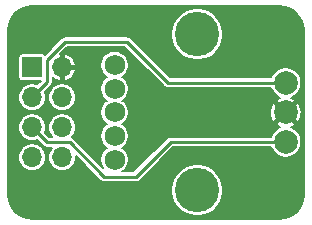
<source format=gbr>
G04 #@! TF.GenerationSoftware,KiCad,Pcbnew,(5.1.4)-1*
G04 #@! TF.CreationDate,2020-03-27T15:32:05-04:00*
G04 #@! TF.ProjectId,Encoder Daughterboard,456e636f-6465-4722-9044-617567687465,rev?*
G04 #@! TF.SameCoordinates,PX9d739e0PY5e78920*
G04 #@! TF.FileFunction,Copper,L2,Bot*
G04 #@! TF.FilePolarity,Positive*
%FSLAX46Y46*%
G04 Gerber Fmt 4.6, Leading zero omitted, Abs format (unit mm)*
G04 Created by KiCad (PCBNEW (5.1.4)-1) date 2020-03-27 15:32:05*
%MOMM*%
%LPD*%
G04 APERTURE LIST*
%ADD10C,3.750000*%
%ADD11C,1.750000*%
%ADD12C,2.000000*%
%ADD13O,1.700000X1.700000*%
%ADD14R,1.700000X1.700000*%
%ADD15C,0.254000*%
%ADD16C,0.152400*%
G04 APERTURE END LIST*
D10*
X0Y6600000D03*
X0Y-6600000D03*
D11*
X-7000000Y4000000D03*
X-7000000Y2000000D03*
X-7000000Y0D03*
X-7000000Y-2000000D03*
X-7000000Y-4000000D03*
D12*
X7500000Y2500000D03*
X7500000Y0D03*
X7500000Y-2500000D03*
D13*
X-11430000Y-3810000D03*
X-13970000Y-3810000D03*
X-11430000Y-1270000D03*
X-13970000Y-1270000D03*
X-11430000Y1270000D03*
X-13970000Y1270000D03*
X-11430000Y3810000D03*
D14*
X-13970000Y3810000D03*
D15*
X-12700000Y2540000D02*
X-13970000Y1270000D01*
X-12700000Y4445000D02*
X-12700000Y2540000D01*
X-11176000Y5969000D02*
X-12700000Y4445000D01*
X-5969000Y5969000D02*
X-11176000Y5969000D01*
X7500000Y2500000D02*
X-2500000Y2500000D01*
X-2500000Y2500000D02*
X-5969000Y5969000D01*
X-12700000Y-2540000D02*
X-10795000Y-2540000D01*
X-13970000Y-1270000D02*
X-12700000Y-2540000D01*
X-10795000Y-2540000D02*
X-7874000Y-5461000D01*
X6085787Y-2500000D02*
X7500000Y-2500000D01*
X-7874000Y-5461000D02*
X-5207000Y-5461000D01*
X-5207000Y-5461000D02*
X-2246000Y-2500000D01*
X-2246000Y-2500000D02*
X6085787Y-2500000D01*
D16*
G36*
X7376734Y8963393D02*
G01*
X7753541Y8849629D01*
X8101081Y8664838D01*
X8406108Y8416066D01*
X8657005Y8112782D01*
X8844217Y7766540D01*
X8960609Y7390538D01*
X9004301Y6974840D01*
X9004300Y-6959532D01*
X8963393Y-7376734D01*
X8849627Y-7753544D01*
X8664837Y-8101084D01*
X8416064Y-8406109D01*
X8112782Y-8657005D01*
X7766543Y-8844215D01*
X7390539Y-8960609D01*
X6974849Y-9004300D01*
X-13944532Y-9004300D01*
X-14361734Y-8963393D01*
X-14738544Y-8849627D01*
X-15086084Y-8664837D01*
X-15391109Y-8416064D01*
X-15642005Y-8112782D01*
X-15829215Y-7766543D01*
X-15945609Y-7390539D01*
X-15989300Y-6974849D01*
X-15989300Y-6382807D01*
X-2205200Y-6382807D01*
X-2205200Y-6817193D01*
X-2120455Y-7243233D01*
X-1954223Y-7644554D01*
X-1712891Y-8005733D01*
X-1405733Y-8312891D01*
X-1044554Y-8554223D01*
X-643233Y-8720455D01*
X-217193Y-8805200D01*
X217193Y-8805200D01*
X643233Y-8720455D01*
X1044554Y-8554223D01*
X1405733Y-8312891D01*
X1712891Y-8005733D01*
X1954223Y-7644554D01*
X2120455Y-7243233D01*
X2205200Y-6817193D01*
X2205200Y-6382807D01*
X2120455Y-5956767D01*
X1954223Y-5555446D01*
X1712891Y-5194267D01*
X1405733Y-4887109D01*
X1044554Y-4645777D01*
X643233Y-4479545D01*
X217193Y-4394800D01*
X-217193Y-4394800D01*
X-643233Y-4479545D01*
X-1044554Y-4645777D01*
X-1405733Y-4887109D01*
X-1712891Y-5194267D01*
X-1954223Y-5555446D01*
X-2120455Y-5956767D01*
X-2205200Y-6382807D01*
X-15989300Y-6382807D01*
X-15989300Y-3810000D01*
X-15155910Y-3810000D01*
X-15133123Y-4041360D01*
X-15065638Y-4263828D01*
X-14956048Y-4468856D01*
X-14808565Y-4648565D01*
X-14628856Y-4796048D01*
X-14423828Y-4905638D01*
X-14201360Y-4973123D01*
X-14027975Y-4990200D01*
X-13912025Y-4990200D01*
X-13738640Y-4973123D01*
X-13516172Y-4905638D01*
X-13311144Y-4796048D01*
X-13131435Y-4648565D01*
X-12983952Y-4468856D01*
X-12874362Y-4263828D01*
X-12806877Y-4041360D01*
X-12784090Y-3810000D01*
X-12806877Y-3578640D01*
X-12874362Y-3356172D01*
X-12983952Y-3151144D01*
X-13131435Y-2971435D01*
X-13311144Y-2823952D01*
X-13516172Y-2714362D01*
X-13738640Y-2646877D01*
X-13912025Y-2629800D01*
X-14027975Y-2629800D01*
X-14201360Y-2646877D01*
X-14423828Y-2714362D01*
X-14628856Y-2823952D01*
X-14808565Y-2971435D01*
X-14956048Y-3151144D01*
X-15065638Y-3356172D01*
X-15133123Y-3578640D01*
X-15155910Y-3810000D01*
X-15989300Y-3810000D01*
X-15989300Y-1270000D01*
X-15155910Y-1270000D01*
X-15133123Y-1501360D01*
X-15065638Y-1723828D01*
X-14956048Y-1928856D01*
X-14808565Y-2108565D01*
X-14628856Y-2256048D01*
X-14423828Y-2365638D01*
X-14201360Y-2433123D01*
X-14027975Y-2450200D01*
X-13912025Y-2450200D01*
X-13738640Y-2433123D01*
X-13519830Y-2366748D01*
X-13039171Y-2847407D01*
X-13024853Y-2864853D01*
X-13007408Y-2879170D01*
X-12955237Y-2921987D01*
X-12912783Y-2944678D01*
X-12875809Y-2964441D01*
X-12789627Y-2990585D01*
X-12722460Y-2997200D01*
X-12722451Y-2997200D01*
X-12700001Y-2999411D01*
X-12677551Y-2997200D01*
X-12289710Y-2997200D01*
X-12416048Y-3151144D01*
X-12525638Y-3356172D01*
X-12593123Y-3578640D01*
X-12615910Y-3810000D01*
X-12593123Y-4041360D01*
X-12525638Y-4263828D01*
X-12416048Y-4468856D01*
X-12268565Y-4648565D01*
X-12088856Y-4796048D01*
X-11883828Y-4905638D01*
X-11661360Y-4973123D01*
X-11487975Y-4990200D01*
X-11372025Y-4990200D01*
X-11198640Y-4973123D01*
X-10976172Y-4905638D01*
X-10771144Y-4796048D01*
X-10591435Y-4648565D01*
X-10443952Y-4468856D01*
X-10334362Y-4263828D01*
X-10266877Y-4041360D01*
X-10244090Y-3810000D01*
X-10252012Y-3729565D01*
X-8213170Y-5768408D01*
X-8198853Y-5785853D01*
X-8129236Y-5842987D01*
X-8049809Y-5885441D01*
X-7963627Y-5911585D01*
X-7896460Y-5918200D01*
X-7896450Y-5918200D01*
X-7874000Y-5920411D01*
X-7851550Y-5918200D01*
X-5229450Y-5918200D01*
X-5207000Y-5920411D01*
X-5184550Y-5918200D01*
X-5184540Y-5918200D01*
X-5117373Y-5911585D01*
X-5031191Y-5885441D01*
X-4951764Y-5842987D01*
X-4882147Y-5785853D01*
X-4867826Y-5768403D01*
X-2056622Y-2957200D01*
X6249580Y-2957200D01*
X6321192Y-3130086D01*
X6466766Y-3347953D01*
X6652047Y-3533234D01*
X6869914Y-3678808D01*
X7111995Y-3779081D01*
X7368987Y-3830200D01*
X7631013Y-3830200D01*
X7888005Y-3779081D01*
X8130086Y-3678808D01*
X8347953Y-3533234D01*
X8533234Y-3347953D01*
X8678808Y-3130086D01*
X8779081Y-2888005D01*
X8830200Y-2631013D01*
X8830200Y-2368987D01*
X8779081Y-2111995D01*
X8678808Y-1869914D01*
X8533234Y-1652047D01*
X8347953Y-1466766D01*
X8130086Y-1321192D01*
X7956744Y-1249392D01*
X8068172Y-1209866D01*
X8190307Y-1144585D01*
X8302259Y-963904D01*
X7500000Y-161645D01*
X6697741Y-963904D01*
X6809693Y-1144585D01*
X7036021Y-1252388D01*
X6869914Y-1321192D01*
X6652047Y-1466766D01*
X6466766Y-1652047D01*
X6321192Y-1869914D01*
X6249580Y-2042800D01*
X-2223551Y-2042800D01*
X-2246001Y-2040589D01*
X-2268451Y-2042800D01*
X-2268460Y-2042800D01*
X-2335627Y-2049415D01*
X-2421809Y-2075559D01*
X-2435356Y-2082800D01*
X-2501237Y-2118013D01*
X-2553408Y-2160830D01*
X-2570853Y-2175147D01*
X-2585170Y-2192592D01*
X-5396377Y-5003800D01*
X-6332991Y-5003800D01*
X-6231730Y-4936140D01*
X-6063860Y-4768270D01*
X-5931966Y-4570876D01*
X-5841116Y-4351544D01*
X-5794800Y-4118702D01*
X-5794800Y-3881298D01*
X-5841116Y-3648456D01*
X-5931966Y-3429124D01*
X-6063860Y-3231730D01*
X-6231730Y-3063860D01*
X-6327304Y-3000000D01*
X-6231730Y-2936140D01*
X-6063860Y-2768270D01*
X-5931966Y-2570876D01*
X-5841116Y-2351544D01*
X-5794800Y-2118702D01*
X-5794800Y-1881298D01*
X-5841116Y-1648456D01*
X-5931966Y-1429124D01*
X-6063860Y-1231730D01*
X-6231730Y-1063860D01*
X-6327304Y-1000000D01*
X-6231730Y-936140D01*
X-6063860Y-768270D01*
X-5931966Y-570876D01*
X-5841116Y-351544D01*
X-5794800Y-118702D01*
X-5794800Y-61928D01*
X6164799Y-61928D01*
X6202536Y-321222D01*
X6290134Y-568172D01*
X6355415Y-690307D01*
X6536096Y-802259D01*
X7338355Y0D01*
X7661645Y0D01*
X8463904Y-802259D01*
X8644585Y-690307D01*
X8757263Y-453745D01*
X8821627Y-199747D01*
X8835201Y61928D01*
X8797464Y321222D01*
X8709866Y568172D01*
X8644585Y690307D01*
X8463904Y802259D01*
X7661645Y0D01*
X7338355Y0D01*
X6536096Y802259D01*
X6355415Y690307D01*
X6242737Y453745D01*
X6178373Y199747D01*
X6164799Y-61928D01*
X-5794800Y-61928D01*
X-5794800Y118702D01*
X-5841116Y351544D01*
X-5931966Y570876D01*
X-6063860Y768270D01*
X-6231730Y936140D01*
X-6327304Y1000000D01*
X-6231730Y1063860D01*
X-6063860Y1231730D01*
X-5931966Y1429124D01*
X-5841116Y1648456D01*
X-5794800Y1881298D01*
X-5794800Y2118702D01*
X-5841116Y2351544D01*
X-5931966Y2570876D01*
X-6063860Y2768270D01*
X-6231730Y2936140D01*
X-6327304Y3000000D01*
X-6231730Y3063860D01*
X-6063860Y3231730D01*
X-5931966Y3429124D01*
X-5841116Y3648456D01*
X-5794800Y3881298D01*
X-5794800Y4118702D01*
X-5841116Y4351544D01*
X-5931966Y4570876D01*
X-6063860Y4768270D01*
X-6231730Y4936140D01*
X-6429124Y5068034D01*
X-6648456Y5158884D01*
X-6881298Y5205200D01*
X-7118702Y5205200D01*
X-7351544Y5158884D01*
X-7570876Y5068034D01*
X-7768270Y4936140D01*
X-7936140Y4768270D01*
X-8068034Y4570876D01*
X-8158884Y4351544D01*
X-8205200Y4118702D01*
X-8205200Y3881298D01*
X-8158884Y3648456D01*
X-8068034Y3429124D01*
X-7936140Y3231730D01*
X-7768270Y3063860D01*
X-7672696Y3000000D01*
X-7768270Y2936140D01*
X-7936140Y2768270D01*
X-8068034Y2570876D01*
X-8158884Y2351544D01*
X-8205200Y2118702D01*
X-8205200Y1881298D01*
X-8158884Y1648456D01*
X-8068034Y1429124D01*
X-7936140Y1231730D01*
X-7768270Y1063860D01*
X-7672696Y1000000D01*
X-7768270Y936140D01*
X-7936140Y768270D01*
X-8068034Y570876D01*
X-8158884Y351544D01*
X-8205200Y118702D01*
X-8205200Y-118702D01*
X-8158884Y-351544D01*
X-8068034Y-570876D01*
X-7936140Y-768270D01*
X-7768270Y-936140D01*
X-7672696Y-1000000D01*
X-7768270Y-1063860D01*
X-7936140Y-1231730D01*
X-8068034Y-1429124D01*
X-8158884Y-1648456D01*
X-8205200Y-1881298D01*
X-8205200Y-2118702D01*
X-8158884Y-2351544D01*
X-8068034Y-2570876D01*
X-7936140Y-2768270D01*
X-7768270Y-2936140D01*
X-7672696Y-3000000D01*
X-7768270Y-3063860D01*
X-7936140Y-3231730D01*
X-8068034Y-3429124D01*
X-8158884Y-3648456D01*
X-8205200Y-3881298D01*
X-8205200Y-4118702D01*
X-8158884Y-4351544D01*
X-8068034Y-4570876D01*
X-7968334Y-4720088D01*
X-10455826Y-2232597D01*
X-10470147Y-2215147D01*
X-10539764Y-2158013D01*
X-10607543Y-2121785D01*
X-10591435Y-2108565D01*
X-10443952Y-1928856D01*
X-10334362Y-1723828D01*
X-10266877Y-1501360D01*
X-10244090Y-1270000D01*
X-10266877Y-1038640D01*
X-10334362Y-816172D01*
X-10443952Y-611144D01*
X-10591435Y-431435D01*
X-10771144Y-283952D01*
X-10976172Y-174362D01*
X-11198640Y-106877D01*
X-11372025Y-89800D01*
X-11487975Y-89800D01*
X-11661360Y-106877D01*
X-11883828Y-174362D01*
X-12088856Y-283952D01*
X-12268565Y-431435D01*
X-12416048Y-611144D01*
X-12525638Y-816172D01*
X-12593123Y-1038640D01*
X-12615910Y-1270000D01*
X-12593123Y-1501360D01*
X-12525638Y-1723828D01*
X-12416048Y-1928856D01*
X-12289710Y-2082800D01*
X-12510622Y-2082800D01*
X-12873252Y-1720170D01*
X-12806877Y-1501360D01*
X-12784090Y-1270000D01*
X-12806877Y-1038640D01*
X-12874362Y-816172D01*
X-12983952Y-611144D01*
X-13131435Y-431435D01*
X-13311144Y-283952D01*
X-13516172Y-174362D01*
X-13738640Y-106877D01*
X-13912025Y-89800D01*
X-14027975Y-89800D01*
X-14201360Y-106877D01*
X-14423828Y-174362D01*
X-14628856Y-283952D01*
X-14808565Y-431435D01*
X-14956048Y-611144D01*
X-15065638Y-816172D01*
X-15133123Y-1038640D01*
X-15155910Y-1270000D01*
X-15989300Y-1270000D01*
X-15989300Y1270000D01*
X-15155910Y1270000D01*
X-15133123Y1038640D01*
X-15065638Y816172D01*
X-14956048Y611144D01*
X-14808565Y431435D01*
X-14628856Y283952D01*
X-14423828Y174362D01*
X-14201360Y106877D01*
X-14027975Y89800D01*
X-13912025Y89800D01*
X-13738640Y106877D01*
X-13516172Y174362D01*
X-13311144Y283952D01*
X-13131435Y431435D01*
X-12983952Y611144D01*
X-12874362Y816172D01*
X-12806877Y1038640D01*
X-12784090Y1270000D01*
X-12615910Y1270000D01*
X-12593123Y1038640D01*
X-12525638Y816172D01*
X-12416048Y611144D01*
X-12268565Y431435D01*
X-12088856Y283952D01*
X-11883828Y174362D01*
X-11661360Y106877D01*
X-11487975Y89800D01*
X-11372025Y89800D01*
X-11198640Y106877D01*
X-10976172Y174362D01*
X-10771144Y283952D01*
X-10591435Y431435D01*
X-10443952Y611144D01*
X-10334362Y816172D01*
X-10266877Y1038640D01*
X-10244090Y1270000D01*
X-10266877Y1501360D01*
X-10334362Y1723828D01*
X-10443952Y1928856D01*
X-10591435Y2108565D01*
X-10771144Y2256048D01*
X-10976172Y2365638D01*
X-11198640Y2433123D01*
X-11372025Y2450200D01*
X-11487975Y2450200D01*
X-11661360Y2433123D01*
X-11883828Y2365638D01*
X-12088856Y2256048D01*
X-12268565Y2108565D01*
X-12416048Y1928856D01*
X-12525638Y1723828D01*
X-12593123Y1501360D01*
X-12615910Y1270000D01*
X-12784090Y1270000D01*
X-12806877Y1501360D01*
X-12873252Y1720170D01*
X-12392592Y2200830D01*
X-12375147Y2215147D01*
X-12360830Y2232592D01*
X-12318013Y2284763D01*
X-12275560Y2364190D01*
X-12275559Y2364191D01*
X-12249415Y2450373D01*
X-12242800Y2517540D01*
X-12242800Y2517549D01*
X-12240589Y2539999D01*
X-12242800Y2562449D01*
X-12242800Y2961845D01*
X-12141214Y2868161D01*
X-11943805Y2747507D01*
X-11726650Y2667684D01*
X-11544300Y2717892D01*
X-11544300Y3695700D01*
X-11315700Y3695700D01*
X-11315700Y2717892D01*
X-11133350Y2667684D01*
X-10916195Y2747507D01*
X-10718786Y2868161D01*
X-10548708Y3025009D01*
X-10412498Y3212024D01*
X-10315390Y3422019D01*
X-10287690Y3513351D01*
X-10338317Y3695700D01*
X-11315700Y3695700D01*
X-11544300Y3695700D01*
X-11564300Y3695700D01*
X-11564300Y3924300D01*
X-11544300Y3924300D01*
X-11544300Y4902108D01*
X-11315700Y4902108D01*
X-11315700Y3924300D01*
X-10338317Y3924300D01*
X-10287690Y4106649D01*
X-10315390Y4197981D01*
X-10412498Y4407976D01*
X-10548708Y4594991D01*
X-10718786Y4751839D01*
X-10916195Y4872493D01*
X-11133350Y4952316D01*
X-11315700Y4902108D01*
X-11544300Y4902108D01*
X-11585085Y4913338D01*
X-10986622Y5511800D01*
X-6158377Y5511800D01*
X-2839170Y2192592D01*
X-2824853Y2175147D01*
X-2807408Y2160830D01*
X-2756076Y2118702D01*
X-2755236Y2118013D01*
X-2675809Y2075559D01*
X-2589627Y2049415D01*
X-2522460Y2042800D01*
X-2522450Y2042800D01*
X-2500000Y2040589D01*
X-2477550Y2042800D01*
X6249580Y2042800D01*
X6321192Y1869914D01*
X6466766Y1652047D01*
X6652047Y1466766D01*
X6869914Y1321192D01*
X7043256Y1249392D01*
X6931828Y1209866D01*
X6809693Y1144585D01*
X6697741Y963904D01*
X7500000Y161645D01*
X8302259Y963904D01*
X8190307Y1144585D01*
X7963979Y1252388D01*
X8130086Y1321192D01*
X8347953Y1466766D01*
X8533234Y1652047D01*
X8678808Y1869914D01*
X8779081Y2111995D01*
X8830200Y2368987D01*
X8830200Y2631013D01*
X8779081Y2888005D01*
X8678808Y3130086D01*
X8533234Y3347953D01*
X8347953Y3533234D01*
X8130086Y3678808D01*
X7888005Y3779081D01*
X7631013Y3830200D01*
X7368987Y3830200D01*
X7111995Y3779081D01*
X6869914Y3678808D01*
X6652047Y3533234D01*
X6466766Y3347953D01*
X6321192Y3130086D01*
X6249580Y2957200D01*
X-2310622Y2957200D01*
X-5629826Y6276403D01*
X-5644147Y6293853D01*
X-5713764Y6350987D01*
X-5793191Y6393441D01*
X-5879373Y6419585D01*
X-5946540Y6426200D01*
X-5946550Y6426200D01*
X-5969000Y6428411D01*
X-5991450Y6426200D01*
X-11153551Y6426200D01*
X-11176001Y6428411D01*
X-11198451Y6426200D01*
X-11198460Y6426200D01*
X-11265627Y6419585D01*
X-11351809Y6393441D01*
X-11371704Y6382807D01*
X-11431237Y6350987D01*
X-11483408Y6308170D01*
X-11500853Y6293853D01*
X-11515170Y6276408D01*
X-12891743Y4899834D01*
X-12935663Y4935879D01*
X-12993027Y4966540D01*
X-13055270Y4985422D01*
X-13120000Y4991797D01*
X-14820000Y4991797D01*
X-14884730Y4985422D01*
X-14946973Y4966540D01*
X-15004337Y4935879D01*
X-15054616Y4894616D01*
X-15095879Y4844337D01*
X-15126540Y4786973D01*
X-15145422Y4724730D01*
X-15151797Y4660000D01*
X-15151797Y2960000D01*
X-15145422Y2895270D01*
X-15126540Y2833027D01*
X-15095879Y2775663D01*
X-15054616Y2725384D01*
X-15004337Y2684121D01*
X-14946973Y2653460D01*
X-14884730Y2634578D01*
X-14820000Y2628203D01*
X-13258375Y2628203D01*
X-13519830Y2366748D01*
X-13738640Y2433123D01*
X-13912025Y2450200D01*
X-14027975Y2450200D01*
X-14201360Y2433123D01*
X-14423828Y2365638D01*
X-14628856Y2256048D01*
X-14808565Y2108565D01*
X-14956048Y1928856D01*
X-15065638Y1723828D01*
X-15133123Y1501360D01*
X-15155910Y1270000D01*
X-15989300Y1270000D01*
X-15989300Y6817193D01*
X-2205200Y6817193D01*
X-2205200Y6382807D01*
X-2120455Y5956767D01*
X-1954223Y5555446D01*
X-1712891Y5194267D01*
X-1405733Y4887109D01*
X-1044554Y4645777D01*
X-643233Y4479545D01*
X-217193Y4394800D01*
X217193Y4394800D01*
X643233Y4479545D01*
X1044554Y4645777D01*
X1405733Y4887109D01*
X1712891Y5194267D01*
X1954223Y5555446D01*
X2120455Y5956767D01*
X2205200Y6382807D01*
X2205200Y6817193D01*
X2120455Y7243233D01*
X1954223Y7644554D01*
X1712891Y8005733D01*
X1405733Y8312891D01*
X1044554Y8554223D01*
X643233Y8720455D01*
X217193Y8805200D01*
X-217193Y8805200D01*
X-643233Y8720455D01*
X-1044554Y8554223D01*
X-1405733Y8312891D01*
X-1712891Y8005733D01*
X-1954223Y7644554D01*
X-2120455Y7243233D01*
X-2205200Y6817193D01*
X-15989300Y6817193D01*
X-15989300Y6959532D01*
X-15948393Y7376734D01*
X-15834629Y7753541D01*
X-15649838Y8101081D01*
X-15401066Y8406108D01*
X-15097782Y8657005D01*
X-14751540Y8844217D01*
X-14375538Y8960609D01*
X-13959849Y9004300D01*
X6959532Y9004300D01*
X7376734Y8963393D01*
X7376734Y8963393D01*
G37*
X7376734Y8963393D02*
X7753541Y8849629D01*
X8101081Y8664838D01*
X8406108Y8416066D01*
X8657005Y8112782D01*
X8844217Y7766540D01*
X8960609Y7390538D01*
X9004301Y6974840D01*
X9004300Y-6959532D01*
X8963393Y-7376734D01*
X8849627Y-7753544D01*
X8664837Y-8101084D01*
X8416064Y-8406109D01*
X8112782Y-8657005D01*
X7766543Y-8844215D01*
X7390539Y-8960609D01*
X6974849Y-9004300D01*
X-13944532Y-9004300D01*
X-14361734Y-8963393D01*
X-14738544Y-8849627D01*
X-15086084Y-8664837D01*
X-15391109Y-8416064D01*
X-15642005Y-8112782D01*
X-15829215Y-7766543D01*
X-15945609Y-7390539D01*
X-15989300Y-6974849D01*
X-15989300Y-6382807D01*
X-2205200Y-6382807D01*
X-2205200Y-6817193D01*
X-2120455Y-7243233D01*
X-1954223Y-7644554D01*
X-1712891Y-8005733D01*
X-1405733Y-8312891D01*
X-1044554Y-8554223D01*
X-643233Y-8720455D01*
X-217193Y-8805200D01*
X217193Y-8805200D01*
X643233Y-8720455D01*
X1044554Y-8554223D01*
X1405733Y-8312891D01*
X1712891Y-8005733D01*
X1954223Y-7644554D01*
X2120455Y-7243233D01*
X2205200Y-6817193D01*
X2205200Y-6382807D01*
X2120455Y-5956767D01*
X1954223Y-5555446D01*
X1712891Y-5194267D01*
X1405733Y-4887109D01*
X1044554Y-4645777D01*
X643233Y-4479545D01*
X217193Y-4394800D01*
X-217193Y-4394800D01*
X-643233Y-4479545D01*
X-1044554Y-4645777D01*
X-1405733Y-4887109D01*
X-1712891Y-5194267D01*
X-1954223Y-5555446D01*
X-2120455Y-5956767D01*
X-2205200Y-6382807D01*
X-15989300Y-6382807D01*
X-15989300Y-3810000D01*
X-15155910Y-3810000D01*
X-15133123Y-4041360D01*
X-15065638Y-4263828D01*
X-14956048Y-4468856D01*
X-14808565Y-4648565D01*
X-14628856Y-4796048D01*
X-14423828Y-4905638D01*
X-14201360Y-4973123D01*
X-14027975Y-4990200D01*
X-13912025Y-4990200D01*
X-13738640Y-4973123D01*
X-13516172Y-4905638D01*
X-13311144Y-4796048D01*
X-13131435Y-4648565D01*
X-12983952Y-4468856D01*
X-12874362Y-4263828D01*
X-12806877Y-4041360D01*
X-12784090Y-3810000D01*
X-12806877Y-3578640D01*
X-12874362Y-3356172D01*
X-12983952Y-3151144D01*
X-13131435Y-2971435D01*
X-13311144Y-2823952D01*
X-13516172Y-2714362D01*
X-13738640Y-2646877D01*
X-13912025Y-2629800D01*
X-14027975Y-2629800D01*
X-14201360Y-2646877D01*
X-14423828Y-2714362D01*
X-14628856Y-2823952D01*
X-14808565Y-2971435D01*
X-14956048Y-3151144D01*
X-15065638Y-3356172D01*
X-15133123Y-3578640D01*
X-15155910Y-3810000D01*
X-15989300Y-3810000D01*
X-15989300Y-1270000D01*
X-15155910Y-1270000D01*
X-15133123Y-1501360D01*
X-15065638Y-1723828D01*
X-14956048Y-1928856D01*
X-14808565Y-2108565D01*
X-14628856Y-2256048D01*
X-14423828Y-2365638D01*
X-14201360Y-2433123D01*
X-14027975Y-2450200D01*
X-13912025Y-2450200D01*
X-13738640Y-2433123D01*
X-13519830Y-2366748D01*
X-13039171Y-2847407D01*
X-13024853Y-2864853D01*
X-13007408Y-2879170D01*
X-12955237Y-2921987D01*
X-12912783Y-2944678D01*
X-12875809Y-2964441D01*
X-12789627Y-2990585D01*
X-12722460Y-2997200D01*
X-12722451Y-2997200D01*
X-12700001Y-2999411D01*
X-12677551Y-2997200D01*
X-12289710Y-2997200D01*
X-12416048Y-3151144D01*
X-12525638Y-3356172D01*
X-12593123Y-3578640D01*
X-12615910Y-3810000D01*
X-12593123Y-4041360D01*
X-12525638Y-4263828D01*
X-12416048Y-4468856D01*
X-12268565Y-4648565D01*
X-12088856Y-4796048D01*
X-11883828Y-4905638D01*
X-11661360Y-4973123D01*
X-11487975Y-4990200D01*
X-11372025Y-4990200D01*
X-11198640Y-4973123D01*
X-10976172Y-4905638D01*
X-10771144Y-4796048D01*
X-10591435Y-4648565D01*
X-10443952Y-4468856D01*
X-10334362Y-4263828D01*
X-10266877Y-4041360D01*
X-10244090Y-3810000D01*
X-10252012Y-3729565D01*
X-8213170Y-5768408D01*
X-8198853Y-5785853D01*
X-8129236Y-5842987D01*
X-8049809Y-5885441D01*
X-7963627Y-5911585D01*
X-7896460Y-5918200D01*
X-7896450Y-5918200D01*
X-7874000Y-5920411D01*
X-7851550Y-5918200D01*
X-5229450Y-5918200D01*
X-5207000Y-5920411D01*
X-5184550Y-5918200D01*
X-5184540Y-5918200D01*
X-5117373Y-5911585D01*
X-5031191Y-5885441D01*
X-4951764Y-5842987D01*
X-4882147Y-5785853D01*
X-4867826Y-5768403D01*
X-2056622Y-2957200D01*
X6249580Y-2957200D01*
X6321192Y-3130086D01*
X6466766Y-3347953D01*
X6652047Y-3533234D01*
X6869914Y-3678808D01*
X7111995Y-3779081D01*
X7368987Y-3830200D01*
X7631013Y-3830200D01*
X7888005Y-3779081D01*
X8130086Y-3678808D01*
X8347953Y-3533234D01*
X8533234Y-3347953D01*
X8678808Y-3130086D01*
X8779081Y-2888005D01*
X8830200Y-2631013D01*
X8830200Y-2368987D01*
X8779081Y-2111995D01*
X8678808Y-1869914D01*
X8533234Y-1652047D01*
X8347953Y-1466766D01*
X8130086Y-1321192D01*
X7956744Y-1249392D01*
X8068172Y-1209866D01*
X8190307Y-1144585D01*
X8302259Y-963904D01*
X7500000Y-161645D01*
X6697741Y-963904D01*
X6809693Y-1144585D01*
X7036021Y-1252388D01*
X6869914Y-1321192D01*
X6652047Y-1466766D01*
X6466766Y-1652047D01*
X6321192Y-1869914D01*
X6249580Y-2042800D01*
X-2223551Y-2042800D01*
X-2246001Y-2040589D01*
X-2268451Y-2042800D01*
X-2268460Y-2042800D01*
X-2335627Y-2049415D01*
X-2421809Y-2075559D01*
X-2435356Y-2082800D01*
X-2501237Y-2118013D01*
X-2553408Y-2160830D01*
X-2570853Y-2175147D01*
X-2585170Y-2192592D01*
X-5396377Y-5003800D01*
X-6332991Y-5003800D01*
X-6231730Y-4936140D01*
X-6063860Y-4768270D01*
X-5931966Y-4570876D01*
X-5841116Y-4351544D01*
X-5794800Y-4118702D01*
X-5794800Y-3881298D01*
X-5841116Y-3648456D01*
X-5931966Y-3429124D01*
X-6063860Y-3231730D01*
X-6231730Y-3063860D01*
X-6327304Y-3000000D01*
X-6231730Y-2936140D01*
X-6063860Y-2768270D01*
X-5931966Y-2570876D01*
X-5841116Y-2351544D01*
X-5794800Y-2118702D01*
X-5794800Y-1881298D01*
X-5841116Y-1648456D01*
X-5931966Y-1429124D01*
X-6063860Y-1231730D01*
X-6231730Y-1063860D01*
X-6327304Y-1000000D01*
X-6231730Y-936140D01*
X-6063860Y-768270D01*
X-5931966Y-570876D01*
X-5841116Y-351544D01*
X-5794800Y-118702D01*
X-5794800Y-61928D01*
X6164799Y-61928D01*
X6202536Y-321222D01*
X6290134Y-568172D01*
X6355415Y-690307D01*
X6536096Y-802259D01*
X7338355Y0D01*
X7661645Y0D01*
X8463904Y-802259D01*
X8644585Y-690307D01*
X8757263Y-453745D01*
X8821627Y-199747D01*
X8835201Y61928D01*
X8797464Y321222D01*
X8709866Y568172D01*
X8644585Y690307D01*
X8463904Y802259D01*
X7661645Y0D01*
X7338355Y0D01*
X6536096Y802259D01*
X6355415Y690307D01*
X6242737Y453745D01*
X6178373Y199747D01*
X6164799Y-61928D01*
X-5794800Y-61928D01*
X-5794800Y118702D01*
X-5841116Y351544D01*
X-5931966Y570876D01*
X-6063860Y768270D01*
X-6231730Y936140D01*
X-6327304Y1000000D01*
X-6231730Y1063860D01*
X-6063860Y1231730D01*
X-5931966Y1429124D01*
X-5841116Y1648456D01*
X-5794800Y1881298D01*
X-5794800Y2118702D01*
X-5841116Y2351544D01*
X-5931966Y2570876D01*
X-6063860Y2768270D01*
X-6231730Y2936140D01*
X-6327304Y3000000D01*
X-6231730Y3063860D01*
X-6063860Y3231730D01*
X-5931966Y3429124D01*
X-5841116Y3648456D01*
X-5794800Y3881298D01*
X-5794800Y4118702D01*
X-5841116Y4351544D01*
X-5931966Y4570876D01*
X-6063860Y4768270D01*
X-6231730Y4936140D01*
X-6429124Y5068034D01*
X-6648456Y5158884D01*
X-6881298Y5205200D01*
X-7118702Y5205200D01*
X-7351544Y5158884D01*
X-7570876Y5068034D01*
X-7768270Y4936140D01*
X-7936140Y4768270D01*
X-8068034Y4570876D01*
X-8158884Y4351544D01*
X-8205200Y4118702D01*
X-8205200Y3881298D01*
X-8158884Y3648456D01*
X-8068034Y3429124D01*
X-7936140Y3231730D01*
X-7768270Y3063860D01*
X-7672696Y3000000D01*
X-7768270Y2936140D01*
X-7936140Y2768270D01*
X-8068034Y2570876D01*
X-8158884Y2351544D01*
X-8205200Y2118702D01*
X-8205200Y1881298D01*
X-8158884Y1648456D01*
X-8068034Y1429124D01*
X-7936140Y1231730D01*
X-7768270Y1063860D01*
X-7672696Y1000000D01*
X-7768270Y936140D01*
X-7936140Y768270D01*
X-8068034Y570876D01*
X-8158884Y351544D01*
X-8205200Y118702D01*
X-8205200Y-118702D01*
X-8158884Y-351544D01*
X-8068034Y-570876D01*
X-7936140Y-768270D01*
X-7768270Y-936140D01*
X-7672696Y-1000000D01*
X-7768270Y-1063860D01*
X-7936140Y-1231730D01*
X-8068034Y-1429124D01*
X-8158884Y-1648456D01*
X-8205200Y-1881298D01*
X-8205200Y-2118702D01*
X-8158884Y-2351544D01*
X-8068034Y-2570876D01*
X-7936140Y-2768270D01*
X-7768270Y-2936140D01*
X-7672696Y-3000000D01*
X-7768270Y-3063860D01*
X-7936140Y-3231730D01*
X-8068034Y-3429124D01*
X-8158884Y-3648456D01*
X-8205200Y-3881298D01*
X-8205200Y-4118702D01*
X-8158884Y-4351544D01*
X-8068034Y-4570876D01*
X-7968334Y-4720088D01*
X-10455826Y-2232597D01*
X-10470147Y-2215147D01*
X-10539764Y-2158013D01*
X-10607543Y-2121785D01*
X-10591435Y-2108565D01*
X-10443952Y-1928856D01*
X-10334362Y-1723828D01*
X-10266877Y-1501360D01*
X-10244090Y-1270000D01*
X-10266877Y-1038640D01*
X-10334362Y-816172D01*
X-10443952Y-611144D01*
X-10591435Y-431435D01*
X-10771144Y-283952D01*
X-10976172Y-174362D01*
X-11198640Y-106877D01*
X-11372025Y-89800D01*
X-11487975Y-89800D01*
X-11661360Y-106877D01*
X-11883828Y-174362D01*
X-12088856Y-283952D01*
X-12268565Y-431435D01*
X-12416048Y-611144D01*
X-12525638Y-816172D01*
X-12593123Y-1038640D01*
X-12615910Y-1270000D01*
X-12593123Y-1501360D01*
X-12525638Y-1723828D01*
X-12416048Y-1928856D01*
X-12289710Y-2082800D01*
X-12510622Y-2082800D01*
X-12873252Y-1720170D01*
X-12806877Y-1501360D01*
X-12784090Y-1270000D01*
X-12806877Y-1038640D01*
X-12874362Y-816172D01*
X-12983952Y-611144D01*
X-13131435Y-431435D01*
X-13311144Y-283952D01*
X-13516172Y-174362D01*
X-13738640Y-106877D01*
X-13912025Y-89800D01*
X-14027975Y-89800D01*
X-14201360Y-106877D01*
X-14423828Y-174362D01*
X-14628856Y-283952D01*
X-14808565Y-431435D01*
X-14956048Y-611144D01*
X-15065638Y-816172D01*
X-15133123Y-1038640D01*
X-15155910Y-1270000D01*
X-15989300Y-1270000D01*
X-15989300Y1270000D01*
X-15155910Y1270000D01*
X-15133123Y1038640D01*
X-15065638Y816172D01*
X-14956048Y611144D01*
X-14808565Y431435D01*
X-14628856Y283952D01*
X-14423828Y174362D01*
X-14201360Y106877D01*
X-14027975Y89800D01*
X-13912025Y89800D01*
X-13738640Y106877D01*
X-13516172Y174362D01*
X-13311144Y283952D01*
X-13131435Y431435D01*
X-12983952Y611144D01*
X-12874362Y816172D01*
X-12806877Y1038640D01*
X-12784090Y1270000D01*
X-12615910Y1270000D01*
X-12593123Y1038640D01*
X-12525638Y816172D01*
X-12416048Y611144D01*
X-12268565Y431435D01*
X-12088856Y283952D01*
X-11883828Y174362D01*
X-11661360Y106877D01*
X-11487975Y89800D01*
X-11372025Y89800D01*
X-11198640Y106877D01*
X-10976172Y174362D01*
X-10771144Y283952D01*
X-10591435Y431435D01*
X-10443952Y611144D01*
X-10334362Y816172D01*
X-10266877Y1038640D01*
X-10244090Y1270000D01*
X-10266877Y1501360D01*
X-10334362Y1723828D01*
X-10443952Y1928856D01*
X-10591435Y2108565D01*
X-10771144Y2256048D01*
X-10976172Y2365638D01*
X-11198640Y2433123D01*
X-11372025Y2450200D01*
X-11487975Y2450200D01*
X-11661360Y2433123D01*
X-11883828Y2365638D01*
X-12088856Y2256048D01*
X-12268565Y2108565D01*
X-12416048Y1928856D01*
X-12525638Y1723828D01*
X-12593123Y1501360D01*
X-12615910Y1270000D01*
X-12784090Y1270000D01*
X-12806877Y1501360D01*
X-12873252Y1720170D01*
X-12392592Y2200830D01*
X-12375147Y2215147D01*
X-12360830Y2232592D01*
X-12318013Y2284763D01*
X-12275560Y2364190D01*
X-12275559Y2364191D01*
X-12249415Y2450373D01*
X-12242800Y2517540D01*
X-12242800Y2517549D01*
X-12240589Y2539999D01*
X-12242800Y2562449D01*
X-12242800Y2961845D01*
X-12141214Y2868161D01*
X-11943805Y2747507D01*
X-11726650Y2667684D01*
X-11544300Y2717892D01*
X-11544300Y3695700D01*
X-11315700Y3695700D01*
X-11315700Y2717892D01*
X-11133350Y2667684D01*
X-10916195Y2747507D01*
X-10718786Y2868161D01*
X-10548708Y3025009D01*
X-10412498Y3212024D01*
X-10315390Y3422019D01*
X-10287690Y3513351D01*
X-10338317Y3695700D01*
X-11315700Y3695700D01*
X-11544300Y3695700D01*
X-11564300Y3695700D01*
X-11564300Y3924300D01*
X-11544300Y3924300D01*
X-11544300Y4902108D01*
X-11315700Y4902108D01*
X-11315700Y3924300D01*
X-10338317Y3924300D01*
X-10287690Y4106649D01*
X-10315390Y4197981D01*
X-10412498Y4407976D01*
X-10548708Y4594991D01*
X-10718786Y4751839D01*
X-10916195Y4872493D01*
X-11133350Y4952316D01*
X-11315700Y4902108D01*
X-11544300Y4902108D01*
X-11585085Y4913338D01*
X-10986622Y5511800D01*
X-6158377Y5511800D01*
X-2839170Y2192592D01*
X-2824853Y2175147D01*
X-2807408Y2160830D01*
X-2756076Y2118702D01*
X-2755236Y2118013D01*
X-2675809Y2075559D01*
X-2589627Y2049415D01*
X-2522460Y2042800D01*
X-2522450Y2042800D01*
X-2500000Y2040589D01*
X-2477550Y2042800D01*
X6249580Y2042800D01*
X6321192Y1869914D01*
X6466766Y1652047D01*
X6652047Y1466766D01*
X6869914Y1321192D01*
X7043256Y1249392D01*
X6931828Y1209866D01*
X6809693Y1144585D01*
X6697741Y963904D01*
X7500000Y161645D01*
X8302259Y963904D01*
X8190307Y1144585D01*
X7963979Y1252388D01*
X8130086Y1321192D01*
X8347953Y1466766D01*
X8533234Y1652047D01*
X8678808Y1869914D01*
X8779081Y2111995D01*
X8830200Y2368987D01*
X8830200Y2631013D01*
X8779081Y2888005D01*
X8678808Y3130086D01*
X8533234Y3347953D01*
X8347953Y3533234D01*
X8130086Y3678808D01*
X7888005Y3779081D01*
X7631013Y3830200D01*
X7368987Y3830200D01*
X7111995Y3779081D01*
X6869914Y3678808D01*
X6652047Y3533234D01*
X6466766Y3347953D01*
X6321192Y3130086D01*
X6249580Y2957200D01*
X-2310622Y2957200D01*
X-5629826Y6276403D01*
X-5644147Y6293853D01*
X-5713764Y6350987D01*
X-5793191Y6393441D01*
X-5879373Y6419585D01*
X-5946540Y6426200D01*
X-5946550Y6426200D01*
X-5969000Y6428411D01*
X-5991450Y6426200D01*
X-11153551Y6426200D01*
X-11176001Y6428411D01*
X-11198451Y6426200D01*
X-11198460Y6426200D01*
X-11265627Y6419585D01*
X-11351809Y6393441D01*
X-11371704Y6382807D01*
X-11431237Y6350987D01*
X-11483408Y6308170D01*
X-11500853Y6293853D01*
X-11515170Y6276408D01*
X-12891743Y4899834D01*
X-12935663Y4935879D01*
X-12993027Y4966540D01*
X-13055270Y4985422D01*
X-13120000Y4991797D01*
X-14820000Y4991797D01*
X-14884730Y4985422D01*
X-14946973Y4966540D01*
X-15004337Y4935879D01*
X-15054616Y4894616D01*
X-15095879Y4844337D01*
X-15126540Y4786973D01*
X-15145422Y4724730D01*
X-15151797Y4660000D01*
X-15151797Y2960000D01*
X-15145422Y2895270D01*
X-15126540Y2833027D01*
X-15095879Y2775663D01*
X-15054616Y2725384D01*
X-15004337Y2684121D01*
X-14946973Y2653460D01*
X-14884730Y2634578D01*
X-14820000Y2628203D01*
X-13258375Y2628203D01*
X-13519830Y2366748D01*
X-13738640Y2433123D01*
X-13912025Y2450200D01*
X-14027975Y2450200D01*
X-14201360Y2433123D01*
X-14423828Y2365638D01*
X-14628856Y2256048D01*
X-14808565Y2108565D01*
X-14956048Y1928856D01*
X-15065638Y1723828D01*
X-15133123Y1501360D01*
X-15155910Y1270000D01*
X-15989300Y1270000D01*
X-15989300Y6817193D01*
X-2205200Y6817193D01*
X-2205200Y6382807D01*
X-2120455Y5956767D01*
X-1954223Y5555446D01*
X-1712891Y5194267D01*
X-1405733Y4887109D01*
X-1044554Y4645777D01*
X-643233Y4479545D01*
X-217193Y4394800D01*
X217193Y4394800D01*
X643233Y4479545D01*
X1044554Y4645777D01*
X1405733Y4887109D01*
X1712891Y5194267D01*
X1954223Y5555446D01*
X2120455Y5956767D01*
X2205200Y6382807D01*
X2205200Y6817193D01*
X2120455Y7243233D01*
X1954223Y7644554D01*
X1712891Y8005733D01*
X1405733Y8312891D01*
X1044554Y8554223D01*
X643233Y8720455D01*
X217193Y8805200D01*
X-217193Y8805200D01*
X-643233Y8720455D01*
X-1044554Y8554223D01*
X-1405733Y8312891D01*
X-1712891Y8005733D01*
X-1954223Y7644554D01*
X-2120455Y7243233D01*
X-2205200Y6817193D01*
X-15989300Y6817193D01*
X-15989300Y6959532D01*
X-15948393Y7376734D01*
X-15834629Y7753541D01*
X-15649838Y8101081D01*
X-15401066Y8406108D01*
X-15097782Y8657005D01*
X-14751540Y8844217D01*
X-14375538Y8960609D01*
X-13959849Y9004300D01*
X6959532Y9004300D01*
X7376734Y8963393D01*
M02*

</source>
